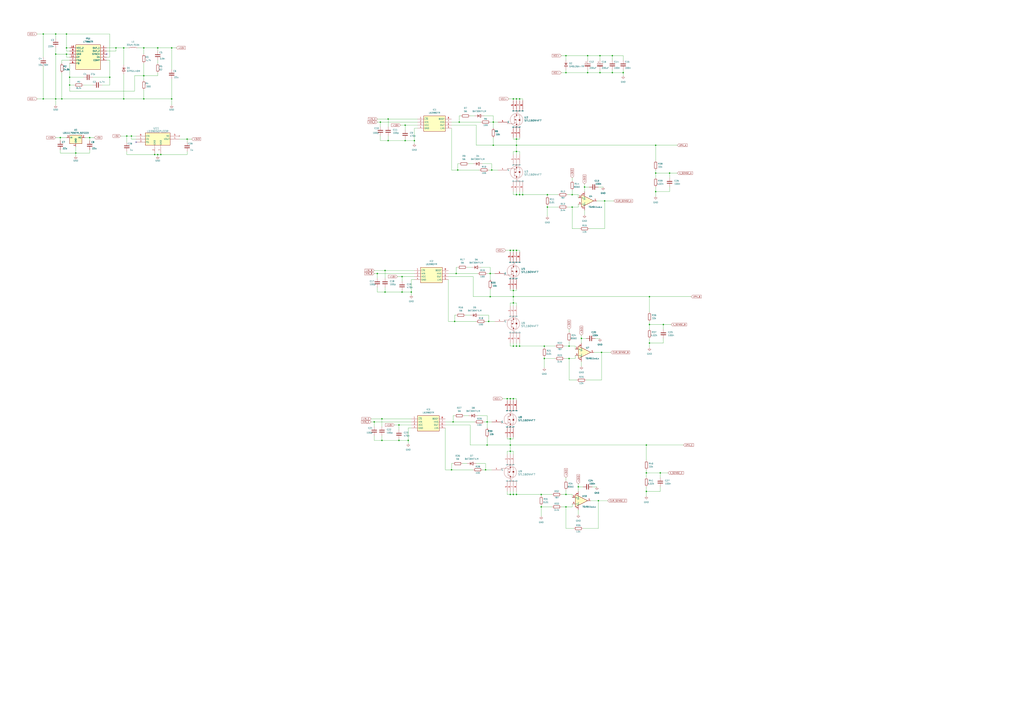
<source format=kicad_sch>
(kicad_sch (version 20230121) (generator eeschema)
  (paper "A1")
  (junction (at 467.36 284.48))
  (junction (at 62.23 125.73))
  (junction (at 372.11 346.71))
  (junction (at 424.18 205.74))
  (junction (at 447.04 284.48))
  (junction (at 424.18 284.48))
  (junction (at 426.72 81.28))
  (junction (at 444.5 406.4))
  (junction (at 316.23 240.03))
  (junction (at 330.2 240.03))
  (junction (at 401.32 264.16))
  (junction (at 419.1 365.76))
  (junction (at 538.48 157.48))
  (junction (at 375.92 139.7))
  (junction (at 533.4 243.84))
  (junction (at 464.82 45.72))
  (junction (at 45.72 44.45))
  (junction (at 140.97 81.28))
  (junction (at 313.69 361.95))
  (junction (at 421.64 406.4))
  (junction (at 429.26 160.02))
  (junction (at 494.03 289.56))
  (junction (at 330.2 227.33))
  (junction (at 449.58 160.02))
  (junction (at 533.4 266.7))
  (junction (at 424.18 406.4))
  (junction (at 377.19 100.33))
  (junction (at 464.82 59.69))
  (junction (at 35.56 27.94))
  (junction (at 491.49 411.48))
  (junction (at 426.72 284.48))
  (junction (at 54.61 39.37))
  (junction (at 101.6 81.28))
  (junction (at 153.67 114.3))
  (junction (at 312.42 100.33))
  (junction (at 398.78 386.08))
  (junction (at 57.15 63.5))
  (junction (at 464.82 416.56))
  (junction (at 511.81 59.69))
  (junction (at 538.48 142.24))
  (junction (at 424.18 160.02))
  (junction (at 424.18 119.38))
  (junction (at 474.98 400.05))
  (junction (at 492.76 45.72))
  (junction (at 327.66 349.25))
  (junction (at 402.59 224.79))
  (junction (at 469.9 170.18))
  (junction (at 335.28 361.95))
  (junction (at 35.56 81.28))
  (junction (at 424.18 124.46))
  (junction (at 140.97 39.37))
  (junction (at 129.54 127))
  (junction (at 419.1 406.4))
  (junction (at 416.56 327.66))
  (junction (at 54.61 27.94))
  (junction (at 400.05 365.76))
  (junction (at 129.54 39.37))
  (junction (at 419.1 327.66))
  (junction (at 421.64 327.66))
  (junction (at 90.17 63.5))
  (junction (at 530.86 388.62))
  (junction (at 337.82 240.03))
  (junction (at 332.74 102.87))
  (junction (at 332.74 115.57))
  (junction (at 482.6 45.72))
  (junction (at 424.18 114.3))
  (junction (at 426.72 160.02))
  (junction (at 327.66 361.95))
  (junction (at 549.91 142.24))
  (junction (at 405.13 119.38))
  (junction (at 403.86 139.7))
  (junction (at 101.6 39.37))
  (junction (at 482.6 59.69))
  (junction (at 309.88 224.79))
  (junction (at 45.72 81.28))
  (junction (at 449.58 170.18))
  (junction (at 318.77 97.79))
  (junction (at 421.64 248.92))
  (junction (at 54.61 44.45))
  (junction (at 318.77 115.57))
  (junction (at 533.4 281.94))
  (junction (at 467.36 294.64))
  (junction (at 421.64 243.84))
  (junction (at 118.11 81.28))
  (junction (at 400.05 346.71))
  (junction (at 496.57 165.1))
  (junction (at 469.9 160.02))
  (junction (at 544.83 266.7))
  (junction (at 477.52 278.13))
  (junction (at 132.08 127))
  (junction (at 447.04 294.64))
  (junction (at 542.29 388.62))
  (junction (at 402.59 243.84))
  (junction (at 73.66 113.03))
  (junction (at 419.1 205.74))
  (junction (at 107.95 111.76))
  (junction (at 530.86 365.76))
  (junction (at 49.53 113.03))
  (junction (at 50.8 81.28))
  (junction (at 45.72 27.94))
  (junction (at 118.11 39.37))
  (junction (at 374.65 224.79))
  (junction (at 104.14 111.76))
  (junction (at 421.64 238.76))
  (junction (at 313.69 344.17))
  (junction (at 370.84 386.08))
  (junction (at 444.5 416.56))
  (junction (at 421.64 284.48))
  (junction (at 373.38 264.16))
  (junction (at 538.48 119.38))
  (junction (at 480.06 153.67))
  (junction (at 419.1 360.68))
  (junction (at 530.86 403.86))
  (junction (at 421.64 205.74))
  (junction (at 502.92 59.69))
  (junction (at 502.92 45.72))
  (junction (at 316.23 222.25))
  (junction (at 424.18 81.28))
  (junction (at 405.13 100.33))
  (junction (at 57.15 69.85))
  (junction (at 127 127))
  (junction (at 118.11 62.23))
  (junction (at 340.36 115.57))
  (junction (at 95.25 39.37))
  (junction (at 307.34 346.71))
  (junction (at 421.64 81.28))
  (junction (at 419.1 370.84))
  (junction (at 492.76 59.69))
  (junction (at 464.82 406.4))
  (no_connect (at 111.76 116.84))
  (no_connect (at 87.63 44.45))
  (wire (pts (xy 405.13 113.03) (xy 405.13 119.38)))
  (wire (pts (xy 482.6 45.72) (xy 492.76 45.72)))
  (wire (pts (xy 496.57 165.1) (xy 504.19 165.1)))
  (wire (pts (xy 483.87 187.96) (xy 496.57 187.96)))
  (wire (pts (xy 396.24 134.62) (xy 403.86 134.62)))
  (wire (pts (xy 416.56 373.38) (xy 416.56 370.84)))
  (wire (pts (xy 421.64 157.48) (xy 421.64 160.02)))
  (wire (pts (xy 549.91 142.24) (xy 549.91 146.05)))
  (wire (pts (xy 373.38 264.16) (xy 391.16 264.16)))
  (wire (pts (xy 312.42 111.76) (xy 312.42 115.57)))
  (wire (pts (xy 400.05 341.63) (xy 400.05 346.71)))
  (wire (pts (xy 312.42 115.57) (xy 318.77 115.57)))
  (wire (pts (xy 370.84 139.7) (xy 375.92 139.7)))
  (wire (pts (xy 421.64 406.4) (xy 424.18 406.4)))
  (wire (pts (xy 129.54 128.27) (xy 129.54 127)))
  (wire (pts (xy 402.59 224.79) (xy 402.59 229.87)))
  (wire (pts (xy 421.64 243.84) (xy 421.64 248.92)))
  (wire (pts (xy 464.82 434.34) (xy 464.82 416.56)))
  (wire (pts (xy 129.54 39.37) (xy 118.11 39.37)))
  (wire (pts (xy 538.48 157.48) (xy 538.48 161.29)))
  (wire (pts (xy 386.08 365.76) (xy 400.05 365.76)))
  (wire (pts (xy 449.58 168.91) (xy 449.58 170.18)))
  (wire (pts (xy 318.77 115.57) (xy 332.74 115.57)))
  (wire (pts (xy 68.58 69.85) (xy 76.2 69.85)))
  (wire (pts (xy 129.54 62.23) (xy 118.11 62.23)))
  (wire (pts (xy 426.72 124.46) (xy 426.72 127)))
  (wire (pts (xy 480.06 176.53) (xy 480.06 172.72)))
  (wire (pts (xy 397.51 95.25) (xy 405.13 95.25)))
  (wire (pts (xy 368.3 224.79) (xy 374.65 224.79)))
  (wire (pts (xy 416.56 327.66) (xy 416.56 328.93)))
  (wire (pts (xy 375.92 134.62) (xy 377.19 134.62)))
  (wire (pts (xy 403.86 139.7) (xy 401.32 139.7)))
  (wire (pts (xy 327.66 360.68) (xy 327.66 361.95)))
  (wire (pts (xy 447.04 284.48) (xy 455.93 284.48)))
  (wire (pts (xy 405.13 100.33) (xy 402.59 100.33)))
  (wire (pts (xy 419.1 327.66) (xy 419.1 328.93)))
  (wire (pts (xy 101.6 60.96) (xy 101.6 81.28)))
  (wire (pts (xy 447.04 294.64) (xy 455.93 294.64)))
  (wire (pts (xy 464.82 394.97) (xy 464.82 392.43)))
  (wire (pts (xy 373.38 259.08) (xy 374.65 259.08)))
  (wire (pts (xy 421.64 205.74) (xy 424.18 205.74)))
  (wire (pts (xy 403.86 139.7) (xy 408.94 139.7)))
  (wire (pts (xy 421.64 127) (xy 421.64 124.46)))
  (wire (pts (xy 424.18 114.3) (xy 424.18 119.38)))
  (wire (pts (xy 491.49 153.67) (xy 495.3 153.67)))
  (wire (pts (xy 118.11 52.07) (xy 118.11 62.23)))
  (wire (pts (xy 118.11 81.28) (xy 118.11 73.66)))
  (wire (pts (xy 335.28 351.79) (xy 335.28 361.95)))
  (wire (pts (xy 54.61 44.45) (xy 45.72 44.45)))
  (wire (pts (xy 375.92 139.7) (xy 393.7 139.7)))
  (wire (pts (xy 118.11 62.23) (xy 118.11 66.04)))
  (wire (pts (xy 419.1 370.84) (xy 421.64 370.84)))
  (wire (pts (xy 502.92 59.69) (xy 502.92 57.15)))
  (wire (pts (xy 147.32 114.3) (xy 153.67 114.3)))
  (wire (pts (xy 419.1 406.4) (xy 421.64 406.4)))
  (wire (pts (xy 474.98 397.51) (xy 474.98 400.05)))
  (wire (pts (xy 391.16 381) (xy 398.78 381)))
  (wire (pts (xy 316.23 222.25) (xy 340.36 222.25)))
  (wire (pts (xy 480.06 153.67) (xy 483.87 153.67)))
  (wire (pts (xy 469.9 187.96) (xy 469.9 170.18)))
  (wire (pts (xy 472.44 294.64) (xy 472.44 292.1)))
  (wire (pts (xy 318.77 97.79) (xy 318.77 104.14)))
  (wire (pts (xy 424.18 81.28) (xy 424.18 82.55)))
  (wire (pts (xy 140.97 39.37) (xy 144.78 39.37)))
  (wire (pts (xy 461.01 406.4) (xy 464.82 406.4)))
  (wire (pts (xy 538.48 119.38) (xy 556.26 119.38)))
  (wire (pts (xy 469.9 156.21) (xy 469.9 160.02)))
  (wire (pts (xy 309.88 97.79) (xy 318.77 97.79)))
  (wire (pts (xy 416.56 370.84) (xy 419.1 370.84)))
  (wire (pts (xy 372.11 346.71) (xy 372.11 341.63)))
  (wire (pts (xy 342.9 105.41) (xy 340.36 105.41)))
  (wire (pts (xy 511.81 59.69) (xy 511.81 57.15)))
  (wire (pts (xy 419.1 370.84) (xy 419.1 373.38)))
  (wire (pts (xy 313.69 344.17) (xy 313.69 350.52)))
  (wire (pts (xy 424.18 406.4) (xy 424.18 403.86)))
  (wire (pts (xy 538.48 157.48) (xy 549.91 157.48)))
  (wire (pts (xy 140.97 64.77) (xy 140.97 81.28)))
  (wire (pts (xy 469.9 170.18) (xy 474.98 170.18)))
  (wire (pts (xy 327.66 349.25) (xy 337.82 349.25)))
  (wire (pts (xy 153.67 127) (xy 132.08 127)))
  (wire (pts (xy 49.53 123.19) (xy 49.53 125.73)))
  (wire (pts (xy 373.38 264.16) (xy 373.38 259.08)))
  (wire (pts (xy 370.84 386.08) (xy 370.84 381)))
  (wire (pts (xy 76.2 63.5) (xy 90.17 63.5)))
  (wire (pts (xy 466.09 170.18) (xy 469.9 170.18)))
  (wire (pts (xy 424.18 406.4) (xy 444.5 406.4)))
  (wire (pts (xy 476.25 187.96) (xy 469.9 187.96)))
  (wire (pts (xy 502.92 45.72) (xy 511.81 45.72)))
  (wire (pts (xy 481.33 312.42) (xy 494.03 312.42)))
  (wire (pts (xy 424.18 124.46) (xy 426.72 124.46)))
  (wire (pts (xy 530.86 403.86) (xy 530.86 407.67)))
  (wire (pts (xy 54.61 27.94) (xy 90.17 27.94)))
  (wire (pts (xy 463.55 294.64) (xy 467.36 294.64)))
  (wire (pts (xy 424.18 81.28) (xy 426.72 81.28)))
  (wire (pts (xy 370.84 100.33) (xy 377.19 100.33)))
  (wire (pts (xy 461.01 45.72) (xy 464.82 45.72)))
  (wire (pts (xy 83.82 69.85) (xy 90.17 69.85)))
  (wire (pts (xy 405.13 119.38) (xy 424.18 119.38)))
  (wire (pts (xy 57.15 69.85) (xy 57.15 63.5)))
  (wire (pts (xy 129.54 59.69) (xy 129.54 62.23)))
  (wire (pts (xy 87.63 39.37) (xy 95.25 39.37)))
  (wire (pts (xy 388.62 227.33) (xy 388.62 243.84)))
  (wire (pts (xy 424.18 119.38) (xy 424.18 124.46)))
  (wire (pts (xy 57.15 74.93) (xy 110.49 74.93)))
  (wire (pts (xy 401.32 264.16) (xy 406.4 264.16)))
  (wire (pts (xy 444.5 415.29) (xy 444.5 416.56)))
  (wire (pts (xy 375.92 139.7) (xy 375.92 134.62)))
  (wire (pts (xy 304.8 346.71) (xy 307.34 346.71)))
  (wire (pts (xy 417.83 81.28) (xy 421.64 81.28)))
  (wire (pts (xy 104.14 124.46) (xy 104.14 127)))
  (wire (pts (xy 90.17 49.53) (xy 87.63 49.53)))
  (wire (pts (xy 429.26 160.02) (xy 429.26 157.48)))
  (wire (pts (xy 416.56 360.68) (xy 419.1 360.68)))
  (wire (pts (xy 328.93 102.87) (xy 332.74 102.87)))
  (wire (pts (xy 474.98 400.05) (xy 478.79 400.05)))
  (wire (pts (xy 57.15 46.99) (xy 54.61 46.99)))
  (wire (pts (xy 469.9 160.02) (xy 474.98 160.02)))
  (wire (pts (xy 419.1 205.74) (xy 421.64 205.74)))
  (wire (pts (xy 95.25 39.37) (xy 101.6 39.37)))
  (wire (pts (xy 424.18 248.92) (xy 424.18 251.46)))
  (wire (pts (xy 472.44 284.48) (xy 472.44 287.02)))
  (wire (pts (xy 304.8 344.17) (xy 313.69 344.17)))
  (wire (pts (xy 50.8 59.69) (xy 50.8 81.28)))
  (wire (pts (xy 309.88 100.33) (xy 312.42 100.33)))
  (wire (pts (xy 57.15 52.07) (xy 57.15 63.5)))
  (wire (pts (xy 62.23 125.73) (xy 62.23 128.27)))
  (wire (pts (xy 323.85 349.25) (xy 327.66 349.25)))
  (wire (pts (xy 307.34 346.71) (xy 337.82 346.71)))
  (wire (pts (xy 464.82 406.4) (xy 469.9 406.4)))
  (wire (pts (xy 129.54 49.53) (xy 129.54 52.07)))
  (wire (pts (xy 464.82 45.72) (xy 482.6 45.72)))
  (wire (pts (xy 530.86 400.05) (xy 530.86 403.86)))
  (wire (pts (xy 530.86 386.08) (xy 530.86 388.62)))
  (wire (pts (xy 426.72 113.03) (xy 426.72 114.3)))
  (wire (pts (xy 544.83 266.7) (xy 551.18 266.7)))
  (wire (pts (xy 538.48 153.67) (xy 538.48 157.48)))
  (wire (pts (xy 69.85 113.03) (xy 73.66 113.03)))
  (wire (pts (xy 330.2 238.76) (xy 330.2 240.03)))
  (wire (pts (xy 35.56 27.94) (xy 35.56 46.99)))
  (wire (pts (xy 309.88 236.22) (xy 309.88 240.03)))
  (wire (pts (xy 110.49 62.23) (xy 118.11 62.23)))
  (wire (pts (xy 330.2 240.03) (xy 337.82 240.03)))
  (wire (pts (xy 474.98 400.05) (xy 474.98 403.86)))
  (wire (pts (xy 421.64 403.86) (xy 421.64 406.4)))
  (wire (pts (xy 511.81 59.69) (xy 511.81 62.23)))
  (wire (pts (xy 421.64 360.68) (xy 419.1 360.68)))
  (wire (pts (xy 309.88 224.79) (xy 309.88 228.6)))
  (wire (pts (xy 426.72 81.28) (xy 429.26 81.28)))
  (wire (pts (xy 412.75 327.66) (xy 416.56 327.66)))
  (wire (pts (xy 403.86 134.62) (xy 403.86 139.7)))
  (wire (pts (xy 424.18 160.02) (xy 426.72 160.02)))
  (wire (pts (xy 416.56 406.4) (xy 419.1 406.4)))
  (wire (pts (xy 464.82 45.72) (xy 464.82 49.53)))
  (wire (pts (xy 372.11 346.71) (xy 389.89 346.71)))
  (wire (pts (xy 368.3 229.87) (xy 368.3 264.16)))
  (wire (pts (xy 492.76 45.72) (xy 502.92 45.72)))
  (wire (pts (xy 326.39 227.33) (xy 330.2 227.33)))
  (wire (pts (xy 318.77 97.79) (xy 342.9 97.79)))
  (wire (pts (xy 382.27 259.08) (xy 386.08 259.08)))
  (wire (pts (xy 421.64 284.48) (xy 424.18 284.48)))
  (wire (pts (xy 421.64 113.03) (xy 421.64 114.3)))
  (wire (pts (xy 73.66 125.73) (xy 73.66 123.19)))
  (wire (pts (xy 332.74 102.87) (xy 332.74 106.68)))
  (wire (pts (xy 419.1 360.68) (xy 419.1 359.41)))
  (wire (pts (xy 370.84 105.41) (xy 370.84 139.7)))
  (wire (pts (xy 485.14 411.48) (xy 491.49 411.48)))
  (wire (pts (xy 337.82 351.79) (xy 335.28 351.79)))
  (wire (pts (xy 421.64 81.28) (xy 424.18 81.28)))
  (wire (pts (xy 549.91 142.24) (xy 556.26 142.24)))
  (wire (pts (xy 372.11 341.63) (xy 373.38 341.63)))
  (wire (pts (xy 421.64 114.3) (xy 424.18 114.3)))
  (wire (pts (xy 340.36 118.11) (xy 340.36 115.57)))
  (wire (pts (xy 421.64 248.92) (xy 421.64 251.46)))
  (wire (pts (xy 312.42 100.33) (xy 342.9 100.33)))
  (wire (pts (xy 421.64 243.84) (xy 533.4 243.84)))
  (wire (pts (xy 421.64 281.94) (xy 421.64 284.48)))
  (wire (pts (xy 377.19 100.33) (xy 377.19 95.25)))
  (wire (pts (xy 419.1 238.76) (xy 421.64 238.76)))
  (wire (pts (xy 419.1 284.48) (xy 421.64 284.48)))
  (wire (pts (xy 464.82 59.69) (xy 482.6 59.69)))
  (wire (pts (xy 444.5 416.56) (xy 453.39 416.56)))
  (wire (pts (xy 313.69 361.95) (xy 327.66 361.95)))
  (wire (pts (xy 530.86 403.86) (xy 542.29 403.86)))
  (wire (pts (xy 307.34 358.14) (xy 307.34 361.95)))
  (wire (pts (xy 327.66 361.95) (xy 335.28 361.95)))
  (wire (pts (xy 478.79 434.34) (xy 491.49 434.34)))
  (wire (pts (xy 140.97 81.28) (xy 118.11 81.28)))
  (wire (pts (xy 332.74 102.87) (xy 342.9 102.87)))
  (wire (pts (xy 62.23 125.73) (xy 73.66 125.73)))
  (wire (pts (xy 426.72 81.28) (xy 426.72 82.55)))
  (wire (pts (xy 533.4 281.94) (xy 544.83 281.94)))
  (wire (pts (xy 45.72 27.94) (xy 45.72 31.75)))
  (wire (pts (xy 405.13 100.33) (xy 408.94 100.33)))
  (wire (pts (xy 494.03 312.42) (xy 494.03 289.56)))
  (wire (pts (xy 424.18 114.3) (xy 424.18 113.03)))
  (wire (pts (xy 538.48 139.7) (xy 538.48 142.24)))
  (wire (pts (xy 492.76 59.69) (xy 492.76 57.15)))
  (wire (pts (xy 474.98 160.02) (xy 474.98 162.56)))
  (wire (pts (xy 533.4 243.84) (xy 567.69 243.84)))
  (wire (pts (xy 62.23 120.65) (xy 62.23 125.73)))
  (wire (pts (xy 153.67 124.46) (xy 153.67 127)))
  (wire (pts (xy 386.08 349.25) (xy 386.08 365.76)))
  (wire (pts (xy 486.41 400.05) (xy 490.22 400.05)))
  (wire (pts (xy 444.5 406.4) (xy 453.39 406.4)))
  (wire (pts (xy 49.53 113.03) (xy 49.53 115.57)))
  (wire (pts (xy 104.14 111.76) (xy 104.14 116.84)))
  (wire (pts (xy 494.03 289.56) (xy 501.65 289.56)))
  (wire (pts (xy 377.19 100.33) (xy 394.97 100.33)))
  (wire (pts (xy 90.17 46.99) (xy 87.63 46.99)))
  (wire (pts (xy 426.72 160.02) (xy 429.26 160.02)))
  (wire (pts (xy 421.64 81.28) (xy 421.64 82.55)))
  (wire (pts (xy 542.29 388.62) (xy 548.64 388.62)))
  (wire (pts (xy 400.05 365.76) (xy 419.1 365.76)))
  (wire (pts (xy 533.4 281.94) (xy 533.4 285.75)))
  (wire (pts (xy 140.97 39.37) (xy 140.97 57.15)))
  (wire (pts (xy 400.05 346.71) (xy 403.86 346.71)))
  (wire (pts (xy 467.36 284.48) (xy 472.44 284.48)))
  (wire (pts (xy 469.9 416.56) (xy 469.9 414.02)))
  (wire (pts (xy 365.76 351.79) (xy 365.76 386.08)))
  (wire (pts (xy 426.72 205.74) (xy 426.72 207.01)))
  (wire (pts (xy 467.36 280.67) (xy 467.36 284.48)))
  (wire (pts (xy 419.1 251.46) (xy 419.1 248.92)))
  (wire (pts (xy 340.36 105.41) (xy 340.36 115.57)))
  (wire (pts (xy 95.25 39.37) (xy 95.25 41.91)))
  (wire (pts (xy 365.76 346.71) (xy 372.11 346.71)))
  (wire (pts (xy 307.34 224.79) (xy 309.88 224.79)))
  (wire (pts (xy 384.81 134.62) (xy 388.62 134.62)))
  (wire (pts (xy 447.04 285.75) (xy 447.04 284.48)))
  (wire (pts (xy 533.4 278.13) (xy 533.4 281.94)))
  (wire (pts (xy 309.88 224.79) (xy 340.36 224.79)))
  (wire (pts (xy 419.1 403.86) (xy 419.1 406.4)))
  (wire (pts (xy 127 127) (xy 129.54 127)))
  (wire (pts (xy 477.52 278.13) (xy 477.52 281.94)))
  (wire (pts (xy 530.86 388.62) (xy 542.29 388.62)))
  (wire (pts (xy 471.17 434.34) (xy 464.82 434.34)))
  (wire (pts (xy 398.78 381) (xy 398.78 386.08)))
  (wire (pts (xy 107.95 114.3) (xy 107.95 111.76)))
  (wire (pts (xy 330.2 227.33) (xy 340.36 227.33)))
  (wire (pts (xy 101.6 39.37) (xy 101.6 53.34)))
  (wire (pts (xy 491.49 434.34) (xy 491.49 411.48)))
  (wire (pts (xy 421.64 205.74) (xy 421.64 207.01)))
  (wire (pts (xy 492.76 59.69) (xy 502.92 59.69)))
  (wire (pts (xy 392.43 341.63) (xy 400.05 341.63)))
  (wire (pts (xy 318.77 111.76) (xy 318.77 115.57)))
  (wire (pts (xy 482.6 49.53) (xy 482.6 45.72)))
  (wire (pts (xy 424.18 205.74) (xy 426.72 205.74)))
  (wire (pts (xy 400.05 346.71) (xy 397.51 346.71)))
  (wire (pts (xy 379.73 381) (xy 383.54 381)))
  (wire (pts (xy 381 341.63) (xy 384.81 341.63)))
  (wire (pts (xy 477.52 275.59) (xy 477.52 278.13)))
  (wire (pts (xy 332.74 115.57) (xy 340.36 115.57)))
  (wire (pts (xy 467.36 294.64) (xy 472.44 294.64)))
  (wire (pts (xy 538.48 142.24) (xy 538.48 146.05)))
  (wire (pts (xy 482.6 59.69) (xy 482.6 57.15)))
  (wire (pts (xy 473.71 312.42) (xy 467.36 312.42)))
  (wire (pts (xy 424.18 327.66) (xy 424.18 328.93)))
  (wire (pts (xy 402.59 219.71) (xy 402.59 224.79)))
  (wire (pts (xy 73.66 113.03) (xy 77.47 113.03)))
  (wire (pts (xy 398.78 386.08) (xy 403.86 386.08)))
  (wire (pts (xy 477.52 278.13) (xy 481.33 278.13)))
  (wire (pts (xy 447.04 293.37) (xy 447.04 294.64)))
  (wire (pts (xy 129.54 39.37) (xy 140.97 39.37)))
  (wire (pts (xy 54.61 41.91) (xy 57.15 41.91)))
  (wire (pts (xy 449.58 170.18) (xy 458.47 170.18)))
  (wire (pts (xy 57.15 49.53) (xy 50.8 49.53)))
  (wire (pts (xy 421.64 238.76) (xy 421.64 237.49)))
  (wire (pts (xy 467.36 312.42) (xy 467.36 294.64)))
  (wire (pts (xy 419.1 281.94) (xy 419.1 284.48)))
  (wire (pts (xy 45.72 39.37) (xy 45.72 44.45)))
  (wire (pts (xy 307.34 222.25) (xy 316.23 222.25)))
  (wire (pts (xy 402.59 224.79) (xy 406.4 224.79)))
  (wire (pts (xy 469.9 148.59) (xy 469.9 146.05)))
  (wire (pts (xy 101.6 39.37) (xy 105.41 39.37)))
  (wire (pts (xy 461.01 416.56) (xy 464.82 416.56)))
  (wire (pts (xy 313.69 344.17) (xy 337.82 344.17)))
  (wire (pts (xy 90.17 69.85) (xy 90.17 63.5)))
  (wire (pts (xy 90.17 63.5) (xy 90.17 49.53)))
  (wire (pts (xy 419.1 205.74) (xy 419.1 207.01)))
  (wire (pts (xy 400.05 359.41) (xy 400.05 365.76)))
  (wire (pts (xy 419.1 237.49) (xy 419.1 238.76)))
  (wire (pts (xy 402.59 243.84) (xy 421.64 243.84)))
  (wire (pts (xy 316.23 236.22) (xy 316.23 240.03)))
  (wire (pts (xy 469.9 406.4) (xy 469.9 408.94)))
  (wire (pts (xy 444.5 407.67) (xy 444.5 406.4)))
  (wire (pts (xy 480.06 151.13) (xy 480.06 153.67)))
  (wire (pts (xy 464.82 416.56) (xy 469.9 416.56)))
  (wire (pts (xy 402.59 237.49) (xy 402.59 243.84)))
  (wire (pts (xy 374.65 224.79) (xy 392.43 224.79)))
  (wire (pts (xy 424.18 119.38) (xy 538.48 119.38)))
  (wire (pts (xy 307.34 346.71) (xy 307.34 350.52)))
  (wire (pts (xy 424.18 205.74) (xy 424.18 207.01)))
  (wire (pts (xy 316.23 222.25) (xy 316.23 228.6)))
  (wire (pts (xy 140.97 81.28) (xy 140.97 86.36)))
  (wire (pts (xy 340.36 229.87) (xy 337.82 229.87)))
  (wire (pts (xy 386.08 95.25) (xy 389.89 95.25)))
  (wire (pts (xy 461.01 59.69) (xy 464.82 59.69)))
  (wire (pts (xy 482.6 59.69) (xy 492.76 59.69)))
  (wire (pts (xy 57.15 44.45) (xy 54.61 44.45)))
  (wire (pts (xy 365.76 386.08) (xy 370.84 386.08)))
  (wire (pts (xy 449.58 160.02) (xy 458.47 160.02)))
  (wire (pts (xy 330.2 227.33) (xy 330.2 231.14)))
  (wire (pts (xy 533.4 264.16) (xy 533.4 266.7)))
  (wire (pts (xy 542.29 400.05) (xy 542.29 403.86)))
  (wire (pts (xy 49.53 113.03) (xy 54.61 113.03)))
  (wire (pts (xy 370.84 381) (xy 372.11 381)))
  (wire (pts (xy 444.5 416.56) (xy 444.5 424.18)))
  (wire (pts (xy 511.81 45.72) (xy 511.81 49.53)))
  (wire (pts (xy 57.15 69.85) (xy 57.15 74.93)))
  (wire (pts (xy 401.32 264.16) (xy 398.78 264.16)))
  (wire (pts (xy 370.84 386.08) (xy 388.62 386.08)))
  (wire (pts (xy 101.6 81.28) (xy 118.11 81.28)))
  (wire (pts (xy 50.8 49.53) (xy 50.8 52.07)))
  (wire (pts (xy 60.96 69.85) (xy 57.15 69.85)))
  (wire (pts (xy 35.56 54.61) (xy 35.56 81.28)))
  (wire (pts (xy 474.98 422.91) (xy 474.98 419.1)))
  (wire (pts (xy 309.88 240.03) (xy 316.23 240.03)))
  (wire (pts (xy 421.64 124.46) (xy 424.18 124.46)))
  (wire (pts (xy 313.69 358.14) (xy 313.69 361.95)))
  (wire (pts (xy 394.97 219.71) (xy 402.59 219.71)))
  (wire (pts (xy 544.83 278.13) (xy 544.83 281.94)))
  (wire (pts (xy 388.62 243.84) (xy 402.59 243.84)))
  (wire (pts (xy 111.76 114.3) (xy 107.95 114.3)))
  (wire (pts (xy 533.4 266.7) (xy 533.4 270.51)))
  (wire (pts (xy 30.48 81.28) (xy 35.56 81.28)))
  (wire (pts (xy 424.18 281.94) (xy 424.18 284.48)))
  (wire (pts (xy 463.55 284.48) (xy 467.36 284.48)))
  (wire (pts (xy 464.82 402.59) (xy 464.82 406.4)))
  (wire (pts (xy 45.72 44.45) (xy 45.72 81.28)))
  (wire (pts (xy 464.82 57.15) (xy 464.82 59.69)))
  (wire (pts (xy 110.49 74.93) (xy 110.49 62.23)))
  (wire (pts (xy 449.58 161.29) (xy 449.58 160.02)))
  (wire (pts (xy 327.66 349.25) (xy 327.66 353.06)))
  (wire (pts (xy 415.29 205.74) (xy 419.1 205.74)))
  (wire (pts (xy 90.17 27.94) (xy 90.17 46.99)))
  (wire (pts (xy 129.54 41.91) (xy 129.54 39.37)))
  (wire (pts (xy 50.8 81.28) (xy 101.6 81.28)))
  (wire (pts (xy 538.48 119.38) (xy 538.48 132.08)))
  (wire (pts (xy 50.8 81.28) (xy 45.72 81.28)))
  (wire (pts (xy 488.95 278.13) (xy 492.76 278.13)))
  (wire (pts (xy 421.64 238.76) (xy 421.64 243.84)))
  (wire (pts (xy 419.1 365.76) (xy 419.1 370.84)))
  (wire (pts (xy 474.98 170.18) (xy 474.98 167.64)))
  (wire (pts (xy 57.15 63.5) (xy 68.58 63.5)))
  (wire (pts (xy 73.66 113.03) (xy 73.66 115.57)))
  (wire (pts (xy 400.05 346.71) (xy 400.05 351.79)))
  (wire (pts (xy 153.67 114.3) (xy 153.67 116.84)))
  (wire (pts (xy 447.04 294.64) (xy 447.04 302.26)))
  (wire (pts (xy 424.18 237.49) (xy 424.18 238.76)))
  (wire (pts (xy 424.18 284.48) (xy 426.72 284.48)))
  (wire (pts (xy 374.65 224.79) (xy 374.65 219.71)))
  (wire (pts (xy 449.58 170.18) (xy 449.58 177.8)))
  (wire (pts (xy 107.95 111.76) (xy 111.76 111.76)))
  (wire (pts (xy 533.4 266.7) (xy 544.83 266.7)))
  (wire (pts (xy 502.92 45.72) (xy 502.92 49.53)))
  (wire (pts (xy 542.29 388.62) (xy 542.29 392.43)))
  (wire (pts (xy 391.16 102.87) (xy 391.16 119.38)))
  (wire (pts (xy 502.92 59.69) (xy 511.81 59.69)))
  (wire (pts (xy 337.82 229.87) (xy 337.82 240.03)))
  (wire (pts (xy 419.1 248.92) (xy 421.64 248.92)))
  (wire (pts (xy 402.59 224.79) (xy 400.05 224.79)))
  (wire (pts (xy 416.56 327.66) (xy 419.1 327.66)))
  (wire (pts (xy 398.78 386.08) (xy 396.24 386.08)))
  (wire (pts (xy 421.64 160.02) (xy 424.18 160.02)))
  (wire (pts (xy 421.64 327.66) (xy 421.64 328.93)))
  (wire (pts (xy 391.16 119.38) (xy 405.13 119.38)))
  (wire (pts (xy 544.83 266.7) (xy 544.83 270.51)))
  (wire (pts (xy 496.57 187.96) (xy 496.57 165.1)))
  (wire (pts (xy 54.61 39.37) (xy 54.61 41.91)))
  (wire (pts (xy 405.13 95.25) (xy 405.13 100.33)))
  (wire (pts (xy 30.48 27.94) (xy 35.56 27.94)))
  (wire (pts (xy 370.84 102.87) (xy 391.16 102.87)))
  (wire (pts (xy 421.64 359.41) (xy 421.64 360.68)))
  (wire (pts (xy 118.11 39.37) (xy 118.11 44.45)))
  (wire (pts (xy 45.72 81.28) (xy 45.72 86.36)))
  (wire (pts (xy 401.32 259.08) (xy 401.32 264.16)))
  (wire (pts (xy 491.49 411.48) (xy 499.11 411.48)))
  (wire (pts (xy 383.54 219.71) (xy 387.35 219.71)))
  (wire (pts (xy 490.22 165.1) (xy 496.57 165.1)))
  (wire (pts (xy 424.18 238.76) (xy 421.64 238.76)))
  (wire (pts (xy 312.42 100.33) (xy 312.42 104.14)))
  (wire (pts (xy 335.28 364.49) (xy 335.28 361.95)))
  (wire (pts (xy 477.52 300.99) (xy 477.52 297.18)))
  (wire (pts (xy 416.56 359.41) (xy 416.56 360.68)))
  (wire (pts (xy 480.06 153.67) (xy 480.06 157.48)))
  (wire (pts (xy 419.1 360.68) (xy 419.1 365.76)))
  (wire (pts (xy 426.72 284.48) (xy 447.04 284.48)))
  (wire (pts (xy 129.54 127) (xy 132.08 127)))
  (wire (pts (xy 332.74 114.3) (xy 332.74 115.57)))
  (wire (pts (xy 54.61 27.94) (xy 54.61 39.37)))
  (wire (pts (xy 421.64 248.92) (xy 424.18 248.92)))
  (wire (pts (xy 426.72 114.3) (xy 424.18 114.3)))
  (wire (pts (xy 530.86 388.62) (xy 530.86 392.43)))
  (wire (pts (xy 416.56 403.86) (xy 416.56 406.4)))
  (wire (pts (xy 54.61 46.99) (xy 54.61 44.45)))
  (wire (pts (xy 429.26 81.28) (xy 429.26 82.55)))
  (wire (pts (xy 368.3 264.16) (xy 373.38 264.16)))
  (wire (pts (xy 99.06 111.76) (xy 104.14 111.76)))
  (wire (pts (xy 421.64 370.84) (xy 421.64 373.38)))
  (wire (pts (xy 429.26 160.02) (xy 449.58 160.02)))
  (wire (pts (xy 104.14 111.76) (xy 107.95 111.76)))
  (wire (pts (xy 45.72 27.94) (xy 54.61 27.94)))
  (wire (pts (xy 549.91 153.67) (xy 549.91 157.48)))
  (wire (pts (xy 419.1 365.76) (xy 530.86 365.76)))
  (wire (pts (xy 45.72 113.03) (xy 49.53 113.03)))
  (wire (pts (xy 426.72 157.48) (xy 426.72 160.02)))
  (wire (pts (xy 538.48 142.24) (xy 549.91 142.24)))
  (wire (pts (xy 424.18 124.46) (xy 424.18 127)))
  (wire (pts (xy 530.86 365.76) (xy 530.86 378.46)))
  (wire (pts (xy 405.13 100.33) (xy 405.13 105.41)))
  (wire (pts (xy 424.18 157.48) (xy 424.18 160.02)))
  (wire (pts (xy 377.19 95.25) (xy 378.46 95.25)))
  (wire (pts (xy 104.14 127) (xy 127 127)))
  (wire (pts (xy 487.68 289.56) (xy 494.03 289.56)))
  (wire (pts (xy 419.1 327.66) (xy 421.64 327.66)))
  (wire (pts (xy 307.34 361.95) (xy 313.69 361.95)))
  (wire (pts (xy 368.3 227.33) (xy 388.62 227.33)))
  (wire (pts (xy 530.86 365.76) (xy 561.34 365.76)))
  (wire (pts (xy 426.72 284.48) (xy 426.72 281.94)))
  (wire (pts (xy 393.7 259.08) (xy 401.32 259.08)))
  (wire (pts (xy 374.65 219.71) (xy 375.92 219.71)))
  (wire (pts (xy 467.36 273.05) (xy 467.36 270.51)))
  (wire (pts (xy 87.63 41.91) (xy 95.25 41.91)))
  (wire (pts (xy 57.15 39.37) (xy 54.61 39.37)))
  (wire (pts (xy 421.64 327.66) (xy 424.18 327.66)))
  (wire (pts (xy 157.48 114.3) (xy 153.67 114.3)))
  (wire (pts (xy 316.23 240.03) (xy 330.2 240.03)))
  (wire (pts (xy 35.56 27.94) (xy 45.72 27.94)))
  (wire (pts (xy 492.76 45.72) (xy 492.76 49.53)))
  (wire (pts (xy 49.53 125.73) (xy 62.23 125.73)))
  (wire (pts (xy 113.03 39.37) (xy 118.11 39.37)))
  (wire (pts (xy 337.82 242.57) (xy 337.82 240.03)))
  (wire (pts (xy 35.56 81.28) (xy 45.72 81.28)))
  (wire (pts (xy 365.76 349.25) (xy 386.08 349.25)))
  (wire (pts (xy 466.09 160.02) (xy 469.9 160.02)))
  (wire (pts (xy 533.4 243.84) (xy 533.4 256.54)))
  (global_label "LIN_B" (shape input) (at 307.34 222.25 180) (property "Intersheetrefs" "${INTERSHEET_REFS}" (effects hide)))
  (global_label "+5V" (shape input) (at 77.47 113.03 0) (property "Intersheetrefs" "${INTERSHEET_REFS}" (effects hide)))
  (global_label "+3V3" (shape input) (at 467.36 270.51 90) (property "Intersheetrefs" "${INTERSHEET_REFS}" (effects hide)))
  (global_label "VCC+" (shape input) (at 412.75 327.66 180) (property "Intersheetrefs" "${INTERSHEET_REFS}" (effects hide)))
  (global_label "V_SENSE_C" (shape input) (at 548.64 388.62 0) (property "Intersheetrefs" "${INTERSHEET_REFS}" (effects hide)))
  (global_label "HIN_B" (shape input) (at 307.34 224.79 180) (property "Intersheetrefs" "${INTERSHEET_REFS}" (effects hide)))
  (global_label "+3V3" (shape input) (at 480.06 151.13 90) (property "Intersheetrefs" "${INTERSHEET_REFS}" (effects hide)))
  (global_label "HIN_A" (shape input) (at 309.88 100.33 180) (property "Intersheetrefs" "${INTERSHEET_REFS}" (effects hide)))
  (global_label "LIN_C" (shape input) (at 304.8 344.17 180) (property "Intersheetrefs" "${INTERSHEET_REFS}" (effects hide)))
  (global_label "+3V3" (shape input) (at 477.52 275.59 90) (property "Intersheetrefs" "${INTERSHEET_REFS}" (effects hide)))
  (global_label "CUR_SENSE_B" (shape input) (at 501.65 289.56 0) (property "Intersheetrefs" "${INTERSHEET_REFS}" (effects hide)))
  (global_label "+3V3" (shape input) (at 474.98 397.51 90) (property "Intersheetrefs" "${INTERSHEET_REFS}" (effects hide)))
  (global_label "+10V" (shape input) (at 328.93 102.87 180) (property "Intersheetrefs" "${INTERSHEET_REFS}" (effects hide)))
  (global_label "+3V3" (shape input) (at 157.48 114.3 0) (property "Intersheetrefs" "${INTERSHEET_REFS}" (effects hide)))
  (global_label "VCC+" (shape input) (at 461.01 45.72 180) (property "Intersheetrefs" "${INTERSHEET_REFS}" (effects hide)))
  (global_label "VCC+" (shape input) (at 30.48 27.94 180) (property "Intersheetrefs" "${INTERSHEET_REFS}" (effects hide)))
  (global_label "HIN_C" (shape input) (at 304.8 346.71 180) (property "Intersheetrefs" "${INTERSHEET_REFS}" (effects hide)))
  (global_label "VCC+" (shape input) (at 417.83 81.28 180) (property "Intersheetrefs" "${INTERSHEET_REFS}" (effects hide)))
  (global_label "VCC-" (shape input) (at 30.48 81.28 180) (property "Intersheetrefs" "${INTERSHEET_REFS}" (effects hide)))
  (global_label "+10V" (shape input) (at 45.72 113.03 180) (property "Intersheetrefs" "${INTERSHEET_REFS}" (effects hide)))
  (global_label "CUR_SENSE_A" (shape input) (at 504.19 165.1 0) (property "Intersheetrefs" "${INTERSHEET_REFS}" (effects hide)))
  (global_label "CUR_SENSE_C" (shape input) (at 499.11 411.48 0) (property "Intersheetrefs" "${INTERSHEET_REFS}" (effects hide)))
  (global_label "VCC+" (shape input) (at 415.29 205.74 180) (property "Intersheetrefs" "${INTERSHEET_REFS}" (effects hide)))
  (global_label "LIN_A" (shape input) (at 309.88 97.79 180) (property "Intersheetrefs" "${INTERSHEET_REFS}" (effects hide)))
  (global_label "+10V" (shape input) (at 326.39 227.33 180) (property "Intersheetrefs" "${INTERSHEET_REFS}" (effects hide)))
  (global_label "+5V" (shape input) (at 99.06 111.76 180) (property "Intersheetrefs" "${INTERSHEET_REFS}" (effects hide)))
  (global_label "+10V" (shape input) (at 144.78 39.37 0) (property "Intersheetrefs" "${INTERSHEET_REFS}" (effects hide)))
  (global_label "VCC-" (shape input) (at 461.01 59.69 180) (property "Intersheetrefs" "${INTERSHEET_REFS}" (effects hide)))
  (global_label "+3V3" (shape input) (at 469.9 146.05 90) (property "Intersheetrefs" "${INTERSHEET_REFS}" (effects hide)))
  (global_label "VPH_A" (shape input) (at 556.26 119.38 0) (property "Intersheetrefs" "${INTERSHEET_REFS}" (effects hide)))
  (global_label "VPH_B" (shape input) (at 567.69 243.84 0) (property "Intersheetrefs" "${INTERSHEET_REFS}" (effects hide)))
  (global_label "+3V3" (shape input) (at 464.82 392.43 90) (property "Intersheetrefs" "${INTERSHEET_REFS}" (effects hide)))
  (global_label "V_SENSE_B" (shape input) (at 551.18 266.7 0) (property "Intersheetrefs" "${INTERSHEET_REFS}" (effects hide)))
  (global_label "V_SENSE_A" (shape input) (at 556.26 142.24 0) (property "Intersheetrefs" "${INTERSHEET_REFS}" (effects hide)))
  (global_label "VPH_C" (shape input) (at 561.34 365.76 0) (property "Intersheetrefs" "${INTERSHEET_REFS}" (effects hide)))
  (global_label "+10V" (shape input) (at 323.85 349.25 180) (property "Intersheetrefs" "${INTERSHEET_REFS}" (effects hide)))
  (symbol (lib_id "power:GND") (at 533.4 285.75 0) (unit 1)
    (property "Reference" "#PWR023" (effects hide))
    (property "Value" "GND" (at 533.4 290.83 0))
  )
  (symbol (lib_id "Device:R") (at 394.97 264.16 90) (unit 1)
    (property "Reference" "R18" (at 394.97 261.62 90))
    (property "Value" "100" (at 394.97 266.7 90))
  )
  (symbol (lib_id "Device:R") (at 530.86 396.24 0) (unit 1)
    (property "Reference" "R41" (at 534.67 394.97 0))
    (property "Value" "4.02k" (at 534.67 397.51 0))
  )
  (symbol (lib_id "Device:R") (at 378.46 259.08 90) (unit 1)
    (property "Reference" "R16" (at 378.46 252.73 90))
    (property "Value" "56" (at 378.46 255.27 90))
  )
  (symbol (lib_id "power:GND") (at 340.36 118.11 0) (unit 1)
    (property "Reference" "#PWR04" (effects hide))
    (property "Value" "GND" (at 340.36 123.19 0))
  )
  (symbol (lib_id "2023-09-11_05-37-11:STL160N4F7") (at 416.56 373.38 0) (mirror x) (unit 1)
    (property "Reference" "U9" (at 425.45 387.35 0) (effects (font (size 1.524 1.524)) (justify left)))
    (property "Value" "STL160N4F7" (at 425.45 389.89 0) (effects (font (size 1.524 1.524)) (justify left)))
    (property "Footprint" "SON_STL160N4F7_STM" (effects hide))
    (property "Datasheet" "STL160N4F7" (effects hide))
  )
  (symbol (lib_id "power:GND") (at 129.54 128.27 0) (unit 1)
    (property "Reference" "#PWR026" (effects hide))
    (property "Value" "GND" (at 129.54 132.08 0))
  )
  (symbol (lib_id "Device:R") (at 397.51 139.7 90) (unit 1)
    (property "Reference" "R10" (at 397.51 137.16 90))
    (property "Value" "100" (at 397.51 142.24 90))
  )
  (symbol (lib_id "Device:D") (at 464.82 53.34 270) (unit 1)
    (property "Reference" "D2" (at 467.36 52.07 90) (effects (justify left)))
    (property "Value" "SMBJ26A-TR" (at 467.36 54.61 90) (effects (justify left)))
    (property "Sim.Device" "D" (effects hide))
    (property "Sim.Pins" "1=K 2=A" (effects hide))
  )
  (symbol (lib_id "power:GND") (at 45.72 86.36 0) (unit 1)
    (property "Reference" "#PWR02" (effects hide))
    (property "Value" "GND" (at 45.72 90.17 0))
  )
  (symbol (lib_id "Device:R") (at 118.11 48.26 180) (unit 1)
    (property "Reference" "R3" (at 120.65 46.99 0))
    (property "Value" "4.7k" (at 121.92 49.53 0))
  )
  (symbol (lib_id "power:GND") (at 337.82 242.57 0) (unit 1)
    (property "Reference" "#PWR011" (effects hide))
    (property "Value" "GND" (at 337.82 247.65 0))
  )
  (symbol (lib_id "LD39050PU33R:LD39050PU33R") (at 111.76 115.57 0) (unit 1)
    (property "Reference" "U11" (at 128.27 105.41 0) (effects (font (size 1.524 1.524))))
    (property "Value" "LD39050PU33R" (at 129.54 107.95 0) (effects (font (size 1.524 1.524))))
    (property "Footprint" "DFN6_3X3_STM" (effects hide))
    (property "Datasheet" "LD39050PU33R" (effects hide))
  )
  (symbol (lib_id "Device:C") (at 307.34 354.33 0) (unit 1)
    (property "Reference" "C21" (at 302.26 351.79 0) (effects (justify left)))
    (property "Value" "100p" (at 300.99 355.6 0) (effects (justify left)))
  )
  (symbol (lib_id "Device:R") (at 467.36 276.86 0) (unit 1)
    (property "Reference" "R24" (at 471.17 275.59 0))
    (property "Value" "8060" (at 471.17 278.13 0))
  )
  (symbol (lib_id "Device:R") (at 50.8 55.88 180) (unit 1)
    (property "Reference" "R2" (at 53.34 54.61 0))
    (property "Value" "34.8k" (at 54.61 57.15 0))
  )
  (symbol (lib_id "Device:R") (at 457.2 406.4 270) (unit 1)
    (property "Reference" "R32" (at 457.2 403.86 90))
    (property "Value" "787" (at 457.2 408.94 90))
  )
  (symbol (lib_id "Device:R") (at 538.48 149.86 0) (unit 1)
    (property "Reference" "R39" (at 542.29 148.59 0))
    (property "Value" "4.02k" (at 542.29 151.13 0))
  )
  (symbol (lib_id "power:GND") (at 62.23 128.27 0) (unit 1)
    (property "Reference" "#PWR03" (effects hide))
    (property "Value" "GND" (at 62.23 132.08 0))
  )
  (symbol (lib_id "Device:R") (at 400.05 355.6 180) (unit 1)
    (property "Reference" "R30" (at 402.59 354.33 0))
    (property "Value" "10k" (at 403.86 356.87 0))
  )
  (symbol (lib_id "Device:C") (at 316.23 232.41 0) (unit 1)
    (property "Reference" "C18" (at 320.04 231.14 0) (effects (justify left)))
    (property "Value" "100p" (at 320.04 233.68 0) (effects (justify left)))
  )
  (symbol (lib_id "power:GND") (at 474.98 422.91 0) (unit 1)
    (property "Reference" "#PWR021" (effects hide))
    (property "Value" "GND" (at 474.98 427.99 0))
  )
  (symbol (lib_id "power:GND") (at 449.58 177.8 0) (unit 1)
    (property "Reference" "#PWR06" (effects hide))
    (property "Value" "GND" (at 449.58 182.88 0))
  )
  (symbol (lib_id "Device:C") (at 502.92 53.34 0) (unit 1)
    (property "Reference" "C14" (at 504.19 50.8 0) (effects (justify left)))
    (property "Value" "100n" (at 504.19 55.88 0) (effects (justify left)))
  )
  (symbol (lib_id "Device:D") (at 393.7 95.25 0) (unit 1)
    (property "Reference" "D3" (at 393.7 88.9 0))
    (property "Value" "BAT30KFILM" (at 393.7 91.44 0))
    (property "Sim.Device" "D" (effects hide))
    (property "Sim.Pins" "1=K 2=A" (effects hide))
  )
  (symbol (lib_id "Device:R") (at 457.2 416.56 270) (unit 1)
    (property "Reference" "R33" (at 457.2 414.02 90))
    (property "Value" "3.4k" (at 457.2 419.1 90))
  )
  (symbol (lib_id "Device:C") (at 332.74 110.49 0) (unit 1)
    (property "Reference" "C9" (at 336.55 109.22 0) (effects (justify left)))
    (property "Value" "470n" (at 336.55 111.76 0) (effects (justify left)))
  )
  (symbol (lib_id "Amplifier_Operational:TSV911xxLx") (at 477.52 411.48 0) (unit 1)
    (property "Reference" "U10" (at 480.06 407.67 0))
    (property "Value" "TSV911xxLx" (at 483.87 416.56 0))
    (property "Footprint" "Package_TO_SOT_SMD:SOT-23-5" (effects hide))
    (property "Datasheet" "www.st.com/resource/en/datasheet/tsv911.pdf" (effects hide))
  )
  (symbol (lib_id "power:GND") (at 477.52 300.99 0) (unit 1)
    (property "Reference" "#PWR015" (effects hide))
    (property "Value" "GND" (at 477.52 306.07 0))
  )
  (symbol (lib_id "Device:C") (at 544.83 274.32 0) (unit 1)
    (property "Reference" "C25" (at 548.64 273.05 0) (effects (justify left)))
    (property "Value" "100n" (at 548.64 275.59 0) (effects (justify left)))
  )
  (symbol (lib_id "Device:R") (at 118.11 69.85 180) (unit 1)
    (property "Reference" "R4" (at 120.65 68.58 0))
    (property "Value" "300" (at 121.92 71.12 0))
  )
  (symbol (lib_id "Device:R") (at 402.59 233.68 180) (unit 1)
    (property "Reference" "R20" (at 405.13 232.41 0))
    (property "Value" "10k" (at 406.4 234.95 0))
  )
  (symbol (lib_id "L6398DTR:L6398DTR") (at 337.82 344.17 0) (unit 1)
    (property "Reference" "IC3" (at 351.79 336.55 0))
    (property "Value" "L6398DTR" (at 351.79 339.09 0))
    (property "Footprint" "SOIC127P600X175-8N" (effects hide))
    (property "Datasheet" "https://www.st.com/resource/en/datasheet/l6398.pdf" (effects hide))
    (property "Height" "1.75" (effects hide))
    (property "Mouser Part Number" "511-L6398DTR" (effects hide))
    (property "Mouser Price/Stock" "https://www.mouser.co.uk/ProductDetail/STMicroelectronics/L6398DTR?qs=fiYlMTh1qt%2FQbJ%2FX81KoWg%3D%3D" (effects hide))
    (property "Manufacturer_Name" "STMicroelectronics" (effects hide))
    (property "Manufacturer_Part_Number" "L6398DTR" (effects hide))
  )
  (symbol (lib_id "2023-09-11_05-37-11:STL160N4F7") (at 416.56 359.41 0) (unit 1)
    (property "Reference" "U8" (at 425.45 342.9 0) (effects (font (size 1.524 1.524)) (justify left)))
    (property "Value" "STL160N4F7" (at 425.45 345.44 0) (effects (font (size 1.524 1.524)) (justify left)))
    (property "Footprint" "SON_STL160N4F7_STM" (effects hide))
    (property "Datasheet" "STL160N4F7" (effects hide))
  )
  (symbol (lib_id "Device:R") (at 393.7 346.71 90) (unit 1)
    (property "Reference" "R29" (at 393.7 344.17 90))
    (property "Value" "100" (at 393.7 349.25 90))
  )
  (symbol (lib_id "Device:C") (at 80.01 69.85 90) (unit 1)
    (property "Reference" "C2" (at 77.47 67.31 90))
    (property "Value" "4.7n" (at 83.82 67.31 90))
  )
  (symbol (lib_id "Device:R") (at 462.28 170.18 270) (unit 1)
    (property "Reference" "R13" (at 462.28 167.64 90))
    (property "Value" "3.4k" (at 462.28 172.72 90))
  )
  (symbol (lib_id "Device:R") (at 444.5 411.48 180) (unit 1)
    (property "Reference" "R31" (at 448.31 410.21 0))
    (property "Value" "0.01" (at 448.31 412.75 0))
  )
  (symbol (lib_id "power:GND") (at 495.3 153.67 0) (unit 1)
    (property "Reference" "#PWR010" (effects hide))
    (property "Value" "GND" (at 495.3 158.75 0))
  )
  (symbol (lib_id "L7986TR:L7986TR") (at 57.15 39.37 0) (unit 1)
    (property "Reference" "PS1" (at 72.39 31.75 0))
    (property "Value" "L7986TR" (at 72.39 34.29 0))
    (property "Footprint" "SON50P300X300X100-11N-D" (effects hide))
    (property "Datasheet" "http://www.st.com/content/ccc/resource/technical/document/datasheet/f4/de/ae/ae/a3/9b/40/d9/DM00041568.pdf/files/DM00041568.pdf/jcr:content/translations/en.DM00041568.pdf" (effects hide))
    (property "Height" "1" (effects hide))
    (property "Mouser Part Number" "511-L7986TR" (effects hide))
    (property "Mouser Price/Stock" "https://www.mouser.co.uk/ProductDetail/STMicroelectronics/L7986TR?qs=2YQBRVeZizJbRiSxRz10mg%3D%3D" (effects hide))
    (property "Manufacturer_Name" "STMicroelectronics" (effects hide))
    (property "Manufacturer_Part_Number" "L7986TR" (effects hide))
  )
  (symbol (lib_id "Device:R") (at 382.27 95.25 90) (unit 1)
    (property "Reference" "R7" (at 382.27 88.9 90))
    (property "Value" "56" (at 382.27 91.44 90))
  )
  (symbol (lib_id "Device:C") (at 312.42 107.95 0) (unit 1)
    (property "Reference" "C10" (at 307.34 105.41 0) (effects (justify left)))
    (property "Value" "100p" (at 306.07 109.22 0) (effects (justify left)))
  )
  (symbol (lib_id "Device:C") (at 549.91 149.86 0) (unit 1)
    (property "Reference" "C26" (at 553.72 148.59 0) (effects (justify left)))
    (property "Value" "100n" (at 553.72 151.13 0) (effects (justify left)))
  )
  (symbol (lib_id "Device:C") (at 73.66 119.38 180) (unit 1)
    (property "Reference" "C8" (at 76.2 116.84 0))
    (property "Value" "22u" (at 77.47 121.92 0))
  )
  (symbol (lib_id "Amplifier_Operational:TSV911xxLx") (at 480.06 289.56 0) (unit 1)
    (property "Reference" "U7" (at 482.6 285.75 0))
    (property "Value" "TSV911xxLx" (at 486.41 294.64 0))
    (property "Footprint" "Package_TO_SOT_SMD:SOT-23-5" (effects hide))
    (property "Datasheet" "www.st.com/resource/en/datasheet/tsv911.pdf" (effects hide))
  )
  (symbol (lib_id "2023-09-11_05-37-11:STL160N4F7") (at 421.64 127 0) (mirror x) (unit 1)
    (property "Reference" "U3" (at 430.53 140.97 0) (effects (font (size 1.524 1.524)) (justify left)))
    (property "Value" "STL160N4F7" (at 430.53 143.51 0) (effects (font (size 1.524 1.524)) (justify left)))
    (property "Footprint" "SON_STL160N4F7_STM" (effects hide))
    (property "Datasheet" "STL160N4F7" (effects hide))
  )
  (symbol (lib_id "Device:R") (at 64.77 69.85 90) (unit 1)
    (property "Reference" "R1" (at 64.77 67.31 90))
    (property "Value" "8.2k" (at 64.77 72.39 90))
  )
  (symbol (lib_id "Device:D") (at 388.62 341.63 0) (unit 1)
    (property "Reference" "D8" (at 388.62 335.28 0))
    (property "Value" "BAT30KFILM" (at 388.62 337.82 0))
    (property "Sim.Device" "D" (effects hide))
    (property "Sim.Pins" "1=K 2=A" (effects hide))
  )
  (symbol (lib_id "Device:D") (at 391.16 219.71 0) (unit 1)
    (property "Reference" "D6" (at 391.16 213.36 0))
    (property "Value" "BAT30KFILM" (at 391.16 215.9 0))
    (property "Sim.Device" "D" (effects hide))
    (property "Sim.Pins" "1=K 2=A" (effects hide))
  )
  (symbol (lib_id "L6398DTR:L6398DTR") (at 342.9 97.79 0) (unit 1)
    (property "Reference" "IC1" (at 356.87 90.17 0))
    (property "Value" "L6398DTR" (at 356.87 92.71 0))
    (property "Footprint" "SOIC127P600X175-8N" (effects hide))
    (property "Datasheet" "https://www.st.com/resource/en/datasheet/l6398.pdf" (effects hide))
    (property "Height" "1.75" (effects hide))
    (property "Mouser Part Number" "511-L6398DTR" (effects hide))
    (property "Mouser Price/Stock" "https://www.mouser.co.uk/ProductDetail/STMicroelectronics/L6398DTR?qs=fiYlMTh1qt%2FQbJ%2FX81KoWg%3D%3D" (effects hide))
    (property "Manufacturer_Name" "STMicroelectronics" (effects hide))
    (property "Manufacturer_Part_Number" "L6398DTR" (effects hide))
  )
  (symbol (lib_id "Device:C") (at 45.72 35.56 180) (unit 1)
    (property "Reference" "C3" (at 43.18 33.02 0))
    (property "Value" "220n" (at 41.91 38.1 0))
  )
  (symbol (lib_id "power:GND") (at 444.5 424.18 0) (unit 1)
    (property "Reference" "#PWR018" (effects hide))
    (property "Value" "GND" (at 444.5 429.26 0))
  )
  (symbol (lib_id "Device:C_Polarized") (at 492.76 53.34 0) (unit 1)
    (property "Reference" "C16" (at 494.03 50.8 0) (effects (justify left)))
    (property "Value" "330uF" (at 494.03 55.88 0) (effects (justify left)))
  )
  (symbol (lib_id "Device:C") (at 485.14 278.13 90) (unit 1)
    (property "Reference" "C20" (at 487.68 273.05 90))
    (property "Value" "100n" (at 488.95 275.59 90))
  )
  (symbol (lib_id "Device:D") (at 392.43 134.62 0) (unit 1)
    (property "Reference" "D4" (at 392.43 128.27 0))
    (property "Value" "BAT30KFILM" (at 392.43 130.81 0))
    (property "Sim.Device" "D" (effects hide))
    (property "Sim.Pins" "1=K 2=A" (effects hide))
  )
  (symbol (lib_id "Device:R") (at 538.48 135.89 0) (unit 1)
    (property "Reference" "R38" (at 542.29 134.62 0))
    (property "Value" "33k" (at 542.29 137.16 0))
  )
  (symbol (lib_id "Device:R") (at 530.86 382.27 0) (unit 1)
    (property "Reference" "R40" (at 534.67 381 0))
    (property "Value" "33k" (at 534.67 383.54 0))
  )
  (symbol (lib_id "Device:C") (at 153.67 120.65 180) (unit 1)
    (property "Reference" "C29" (at 156.21 118.11 0))
    (property "Value" "1u" (at 157.48 123.19 0))
  )
  (symbol (lib_id "Device:R") (at 129.54 55.88 180) (unit 1)
    (property "Reference" "R5" (at 132.08 54.61 0))
    (property "Value" "62" (at 132.08 57.15 0))
  )
  (symbol (lib_id "power:GND") (at 492.76 278.13 0) (unit 1)
    (property "Reference" "#PWR016" (effects hide))
    (property "Value" "GND" (at 492.76 283.21 0))
  )
  (symbol (lib_id "Device:R") (at 379.73 219.71 90) (unit 1)
    (property "Reference" "R17" (at 379.73 213.36 90))
    (property "Value" "56" (at 379.73 215.9 90))
  )
  (symbol (lib_id "Device:R") (at 462.28 160.02 270) (unit 1)
    (property "Reference" "R12" (at 462.28 157.48 90))
    (property "Value" "787" (at 462.28 162.56 90))
  )
  (symbol (lib_id "Device:R") (at 447.04 289.56 180) (unit 1)
    (property "Reference" "R21" (at 450.85 288.29 0))
    (property "Value" "0.01" (at 450.85 290.83 0))
  )
  (symbol (lib_id "Device:R") (at 381 134.62 90) (unit 1)
    (property "Reference" "R9" (at 381 128.27 90))
    (property "Value" "56" (at 381 130.81 90))
  )
  (symbol (lib_id "Device:R") (at 474.98 434.34 270) (unit 1)
    (property "Reference" "R35" (at 474.98 431.8 90))
    (property "Value" "13k" (at 474.98 436.88 90))
  )
  (symbol (lib_id "power:GND") (at 447.04 302.26 0) (unit 1)
    (property "Reference" "#PWR012" (effects hide))
    (property "Value" "GND" (at 447.04 307.34 0))
  )
  (symbol (lib_id "power:GND") (at 490.22 400.05 0) (unit 1)
    (property "Reference" "#PWR022" (effects hide))
    (property "Value" "GND" (at 490.22 405.13 0))
  )
  (symbol (lib_id "Device:C") (at 129.54 45.72 180) (unit 1)
    (property "Reference" "C5" (at 132.08 43.18 0))
    (property "Value" "3.9n" (at 133.35 48.26 0))
  )
  (symbol (lib_id "Device:R") (at 480.06 187.96 270) (unit 1)
    (property "Reference" "R15" (at 480.06 185.42 90))
    (property "Value" "13k" (at 480.06 190.5 90))
  )
  (symbol (lib_id "Device:R") (at 396.24 224.79 90) (unit 1)
    (property "Reference" "R19" (at 396.24 222.25 90))
    (property "Value" "100" (at 396.24 227.33 90))
  )
  (symbol (lib_id "Device:R") (at 533.4 274.32 0) (unit 1)
    (property "Reference" "R37" (at 537.21 273.05 0))
    (property "Value" "4.02k" (at 537.21 275.59 0))
  )
  (symbol (lib_id "Device:R") (at 449.58 165.1 180) (unit 1)
    (property "Reference" "R11" (at 453.39 163.83 0))
    (property "Value" "0.01" (at 453.39 166.37 0))
  )
  (symbol (lib_id "Device:C") (at 104.14 120.65 180) (unit 1)
    (property "Reference" "C28" (at 106.68 118.11 0))
    (property "Value" "1u" (at 107.95 123.19 0))
  )
  (symbol (lib_id "Device:R") (at 377.19 341.63 90) (unit 1)
    (property "Reference" "R27" (at 377.19 335.28 90))
    (property "Value" "56" (at 377.19 337.82 90))
  )
  (symbol (lib_id "2023-09-11_05-37-11:STL160N4F7") (at 421.64 113.03 0) (unit 1)
    (property "Reference" "U2" (at 430.53 96.52 0) (effects (font (size 1.524 1.524)) (justify left)))
    (property "Value" "STL160N4F7" (at 430.53 99.06 0) (effects (font (size 1.524 1.524)) (justify left)))
    (property "Footprint" "SON_STL160N4F7_STM" (effects hide))
    (property "Datasheet" "STL160N4F7" (effects hide))
  )
  (symbol (lib_id "2023-09-11_05-37-11:STL160N4F7") (at 419.1 237.49 0) (unit 1)
    (property "Reference" "U5" (at 427.99 220.98 0) (effects (font (size 1.524 1.524)) (justify left)))
    (property "Value" "STL160N4F7" (at 427.99 223.52 0) (effects (font (size 1.524 1.524)) (justify left)))
    (property "Footprint" "SON_STL160N4F7_STM" (effects hide))
    (property "Datasheet" "STL160N4F7" (effects hide))
  )
  (symbol (lib_id "Device:C") (at 49.53 119.38 180) (unit 1)
    (property "Reference" "C7" (at 52.07 116.84 0))
    (property "Value" "22u" (at 53.34 121.92 0))
  )
  (symbol (lib_id "Device:C") (at 309.88 232.41 0) (unit 1)
    (property "Reference" "C17" (at 303.53 231.14 0) (effects (justify left)))
    (property "Value" "100p" (at 303.53 233.68 0) (effects (justify left)))
  )
  (symbol (lib_id "Amplifier_Operational:TSV911xxLx") (at 482.6 165.1 0) (unit 1)
    (property "Reference" "U4" (at 485.14 161.29 0))
    (property "Value" "TSV911xxLx" (at 488.95 170.18 0))
    (property "Footprint" "Package_TO_SOT_SMD:SOT-23-5" (effects hide))
    (property "Datasheet" "www.st.com/resource/en/datasheet/tsv911.pdf" (effects hide))
  )
  (symbol (lib_id "Device:R") (at 464.82 398.78 0) (unit 1)
    (property "Reference" "R34" (at 468.63 397.51 0))
    (property "Value" "8060" (at 468.63 400.05 0))
  )
  (symbol (lib_id "Device:C") (at 140.97 60.96 180) (unit 1)
    (property "Reference" "C6" (at 143.51 58.42 0))
    (property "Value" "22u" (at 144.78 63.5 0))
  )
  (symbol (lib_id "Device:C_Polarized") (at 482.6 53.34 0) (unit 1)
    (property "Reference" "C12" (at 483.87 50.8 0) (effects (justify left)))
    (property "Value" "330uF" (at 483.87 55.88 0) (effects (justify left)))
  )
  (symbol (lib_id "Device:C") (at 318.77 107.95 0) (unit 1)
    (property "Reference" "C11" (at 322.58 106.68 0) (effects (justify left)))
    (property "Value" "100p" (at 322.58 109.22 0) (effects (justify left)))
  )
  (symbol (lib_id "Device:R") (at 405.13 109.22 180) (unit 1)
    (property "Reference" "R8" (at 407.67 107.95 0))
    (property "Value" "10k" (at 408.94 110.49 0))
  )
  (symbol (lib_id "Device:R") (at 459.74 284.48 270) (unit 1)
    (property "Reference" "R22" (at 459.74 281.94 90))
    (property "Value" "787" (at 459.74 287.02 90))
  )
  (symbol (lib_id "Device:C") (at 72.39 63.5 90) (unit 1)
    (property "Reference" "C1" (at 69.85 60.96 90))
    (property "Value" "27p" (at 76.2 60.96 90))
  )
  (symbol (lib_id "Device:R") (at 392.43 386.08 90) (unit 1)
    (property "Reference" "R28" (at 392.43 383.54 90))
    (property "Value" "100" (at 392.43 388.62 90))
  )
  (symbol (lib_id "L6398DTR:L6398DTR") (at 340.36 222.25 0) (unit 1)
    (property "Reference" "IC2" (at 354.33 214.63 0))
    (property "Value" "L6398DTR" (at 354.33 217.17 0))
    (property "Footprint" "SOIC127P600X175-8N" (effects hide))
    (property "Datasheet" "https://www.st.com/resource/en/datasheet/l6398.pdf" (effects hide))
    (property "Height" "1.75" (effects hide))
    (property "Mouser Part Number" "511-L6398DTR" (effects hide))
    (property "Mouser Price/Stock" "https://www.mouser.co.uk/ProductDetail/STMicroelectronics/L6398DTR?qs=fiYlMTh1qt%2FQbJ%2FX81KoWg%3D%3D" (effects hide))
    (property "Manufacturer_Name" "STMicroelectronics" (effects hide))
    (property "Manufacturer_Part_Number" "L6398DTR" (effects hide))
  )
  (symbol (lib_id "Device:C") (at 487.68 153.67 90) (unit 1)
    (property "Reference" "C13" (at 490.22 148.59 90))
    (property "Value" "100n" (at 491.49 151.13 90))
  )
  (symbol (lib_id "Regulator_Linear:LD1117S50TR_SOT223") (at 62.23 113.03 0) (unit 1)
    (property "Reference" "U1" (at 62.23 106.68 0))
    (property "Value" "LD1117S50TR_SOT223" (at 62.23 109.22 0))
    (property "Footprint" "Package_TO_SOT_SMD:SOT-223-3_TabPin2" (effects hide))
    (property "Datasheet" "http://www.st.com/st-web-ui/static/active/en/resource/technical/document/datasheet/CD00000544.pdf" (effects hide))
  )
  (symbol (lib_id "Device:R") (at 533.4 260.35 0) (unit 1)
    (property "Reference" "R36" (at 537.21 259.08 0))
    (property "Value" "33k" (at 537.21 261.62 0))
  )
  (symbol (lib_id "Device:R") (at 469.9 152.4 0) (unit 1)
    (property "Reference" "R14" (at 473.71 151.13 0))
    (property "Value" "8060" (at 473.71 153.67 0))
  )
  (symbol (lib_id "power:GND") (at 480.06 176.53 0) (unit 1)
    (property "Reference" "#PWR07" (effects hide))
    (property "Value" "GND" (at 480.06 181.61 0))
  )
  (symbol (lib_id "Device:R") (at 398.78 100.33 90) (unit 1)
    (property "Reference" "R6" (at 398.78 97.79 90))
    (property "Value" "100" (at 398.78 102.87 90))
  )
  (symbol (lib_id "Device:C") (at 313.69 354.33 0) (unit 1)
    (property "Reference" "C22" (at 317.5 353.06 0) (effects (justify left)))
    (property "Value" "100p" (at 317.5 355.6 0) (effects (justify left)))
  )
  (symbol (lib_id "Device:L") (at 109.22 39.37 90) (unit 1)
    (property "Reference" "L1" (at 109.22 34.29 90))
    (property "Value" "33uH/0.5A" (at 109.22 36.83 90))
  )
  (symbol (lib_id "Device:D") (at 387.35 381 0) (unit 1)
    (property "Reference" "D7" (at 387.35 374.65 0))
    (property "Value" "BAT30KFILM" (at 387.35 377.19 0))
    (property "Sim.Device" "D" (effects hide))
    (property "Sim.Pins" "1=K 2=A" (effects hide))
  )
  (symbol (lib_id "Device:C") (at 542.29 396.24 0) (unit 1)
    (property "Reference" "C27" (at 546.1 394.97 0) (effects (justify left)))
    (property "Value" "100n" (at 546.1 397.51 0) (effects (justify left)))
  )
  (symbol (lib_id "power:GND") (at 335.28 364.49 0) (unit 1)
    (property "Reference" "#PWR017" (effects hide))
    (property "Value" "GND" (at 335.28 369.57 0))
  )
  (symbol (lib_id "Device:C") (at 511.81 53.34 0) (unit 1)
    (property "Reference" "C15" (at 513.08 50.8 0) (effects (justify left)))
    (property "Value" "100n" (at 513.08 55.88 0) (effects (justify left)))
  )
  (symbol (lib_id "Device:D_Zener") (at 101.6 57.15 270) (unit 1)
    (property "Reference" "D1" (at 104.14 55.88 90) (effects (justify left)))
    (property "Value" "STPS1L40M" (at 104.14 58.42 90) (effects (justify left)))
  )
  (symbol (lib_id "power:GND") (at 140.97 86.36 0) (unit 1)
    (property "Reference" "#PWR01" (effects hide))
    (property "Value" "GND" (at 140.97 90.17 0))
  )
  (symbol (lib_id "Device:D") (at 389.89 259.08 0) (unit 1)
    (property "Reference" "D5" (at 389.89 252.73 0))
    (property "Value" "BAT30KFILM" (at 389.89 255.27 0))
    (property "Sim.Device" "D" (effects hide))
    (property "Sim.Pins" "1=K 2=A" (effects hide))
  )
  (symbol (lib_id "2023-09-11_05-37-11:STL160N4F7") (at 419.1 251.46 0) (mirror x) (unit 1)
    (property "Reference" "U6" (at 427.99 265.43 0) (effects (font (size 1.524 1.524)) (justify left)))
    (property "Value" "STL160N4F7" (at 427.99 267.97 0) (effects (font (size 1.524 1.524)) (justify left)))
    (property "Footprint" "SON_STL160N4F7_STM" (effects hide))
    (property "Datasheet" "STL160N4F7" (effects hide))
  )
  (symbol (lib_id "Device:R") (at 375.92 381 90) (unit 1)
    (property "Reference" "R26" (at 375.92 374.65 90))
    (property "Value" "56" (at 375.92 377.19 90))
  )
  (symbol (lib_id "power:GND") (at 538.48 161.29 0) (unit 1)
    (property "Reference" "#PWR024" (effects hide))
    (property "Value" "GND" (at 538.48 166.37 0))
  )
  (symbol (lib_id "power:GND") (at 530.86 407.67 0) (unit 1)
    (property "Reference" "#PWR025" (effects hide))
    (property "Value" "GND" (at 530.86 412.75 0))
  )
  (symbol (lib_id "Device:C") (at 482.6 400.05 90) (unit 1)
    (property "Reference" "C24" (at 485.14 394.97 90))
    (property "Value" "100n" (at 486.41 397.51 90))
  )
  (symbol (lib_id "Device:C") (at 330.2 234.95 0) (unit 1)
    (property "Reference" "C19" (at 334.01 233.68 0) (effects (justify left)))
    (property "Value" "470n" (at 334.01 236.22 0) (effects (justify left)))
  )
  (symbol (lib_id "Device:C") (at 35.56 50.8 180) (unit 1)
    (property "Reference" "C4" (at 33.02 48.26 0))
    (property "Value" "10u 50V" (at 35.56 53.34 0))
  )
  (symbol (lib_id "Device:R") (at 477.52 312.42 270) (unit 1)
    (property "Reference" "R25" (at 477.52 309.88 90))
    (property "Value" "13k" (at 477.52 314.96 90))
  )
  (symbol (lib_id "Device:R") (at 459.74 294.64 270) (unit 1)
    (property "Reference" "R23" (at 459.74 292.1 90))
    (property "Value" "3.4k" (at 459.74 297.18 90))
  )
  (symbol (lib_id "power:GND") (at 511.81 62.23 0) (unit 1)
    (property "Reference" "#PWR05" (effects hide))
    (property "Value" "GND" (at 511.81 67.31 0))
  )
  (symbol (lib_id "Device:C") (at 327.66 356.87 0) (unit 1)
    (property "Reference" "C23" (at 331.47 355.6 0) (effects (justify left)))
    (property "Value" "470n" (at 331.47 358.14 0) (effects (justify left)))
  )
)
</source>
